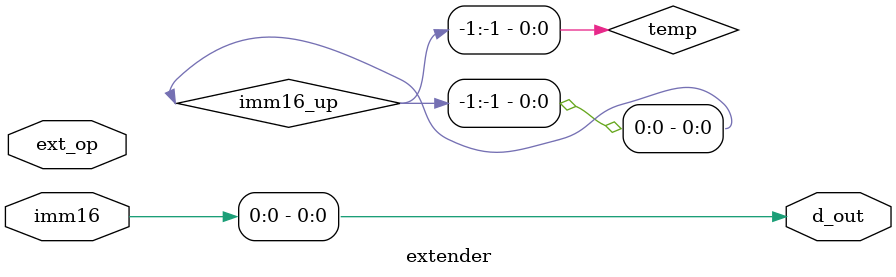
<source format=v>
`timescale 1ns/1ps

module extender #(parameter WIDTH = 1)(imm16, ext_op, d_out);

input [(WIDTH/2)-1:0] imm16;
input ext_op;

output reg [WIDTH-1:0] d_out;

wire [(WIDTH/2)-1:0] imm16_up;
wire temp;

assign temp = imm16[15] & ext_op;
assign imm16_up = {16{temp}};

always @* begin
	d_out = {imm16_up, imm16};
end
endmodule

</source>
